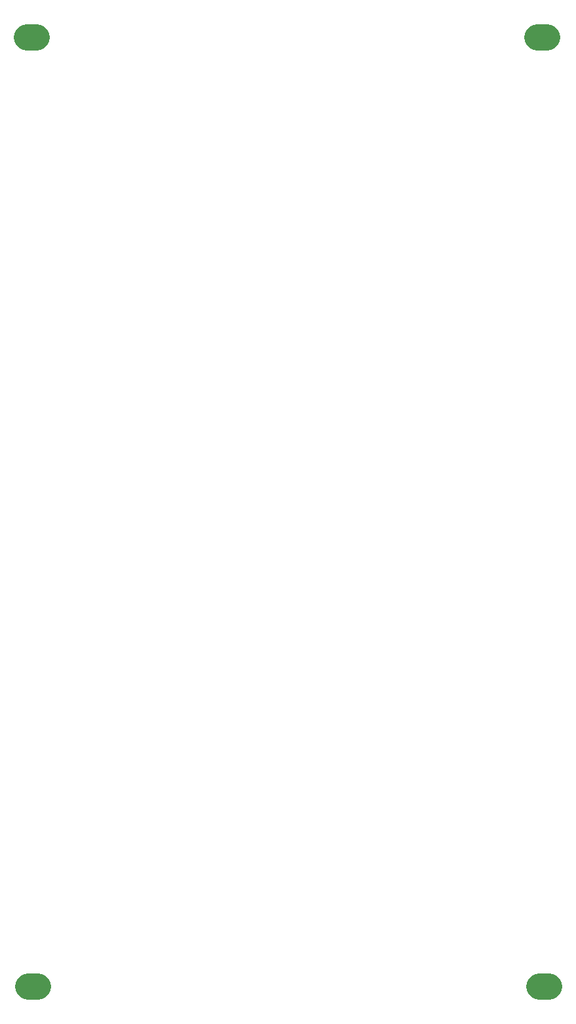
<source format=gbs>
G04 Layer: BottomSolderMaskLayer*
G04 EasyEDA v6.4.14, 2021-02-14T17:06:54+01:00*
G04 7968197435cc47b8ae8c81e71e0902fa,25b4ee72c661442e84e9813f09f547ec,10*
G04 Gerber Generator version 0.2*
G04 Scale: 100 percent, Rotated: No, Reflected: No *
G04 Dimensions in millimeters *
G04 leading zeros omitted , absolute positions ,4 integer and 5 decimal *
%FSLAX45Y45*%
%MOMM*%

%ADD19C,3.4032*%

%LPD*%
D19*
X678134Y12546599D02*
G01*
X808134Y12546599D01*
X7269434Y12546599D02*
G01*
X7399434Y12546599D01*
X690834Y303799D02*
G01*
X820834Y303799D01*
X7294834Y303799D02*
G01*
X7424834Y303799D01*
M02*

</source>
